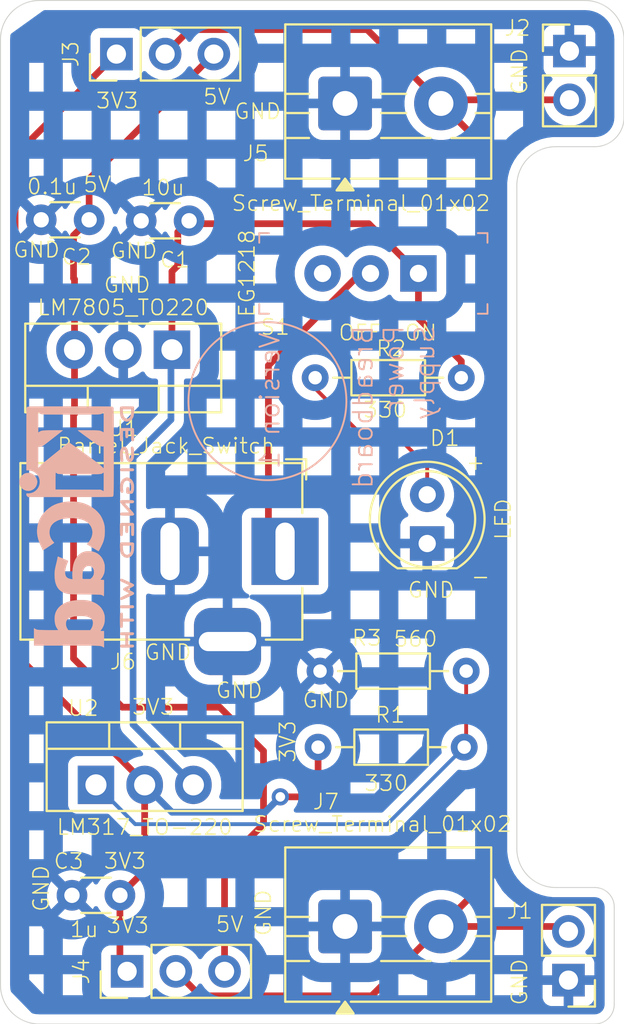
<source format=kicad_pcb>
(kicad_pcb (version 20241229) (generator "pcbnew") (generator_version "9.0")
  (layers (0 "F.Cu" signal) (2 "B.Cu" signal) (13 "F.Paste" user) (15 "B.Paste" user) (5 "F.SilkS" user "F.Silkscreen") (7 "B.SilkS" user "B.Silkscreen") (1 "F.Mask" user) (3 "B.Mask" user) (25 "Edge.Cuts" user))
  (net 0 "")
  (net 1 "/12V")
  (net 2 "GND")
  (net 3 "/5V")
  (net 4 "/3V3")
  (net 5 "Net-(D1-A)")
  (net 6 "/PWR_output")
  (net 7 "/PWR_input")
  (net 8 "Net-(U2-ADJ)")
  (footprint "Resistor_THT:R_Axial_DIN0204_L3.6mm_D1.6mm_P7.62mm_Horizontal" (layer "F.Cu") (at 66.3448 116.6368 180)
    (property "Reference" "R1" (at 3.8608 1.6764 0) (layer "F.SilkS") (effects (font (size 0.8 0.8) (thickness 0.08))))
    (property "Value" "330" (at 4.064 -1.8796 0) (layer "F.SilkS") (effects (font (size 0.8 0.8) (thickness 0.08))))
    (pad "1" thru_hole circle (at 0 0 180) (size 1.4 1.4) (drill 0.7) (layers "*.Cu" "*.Mask") (net 8 "Net-(U2-ADJ)"))
    (pad "2" thru_hole circle (at 7.62 0 180) (size 1.4 1.4) (drill 0.7) (layers "*.Cu" "*.Mask") (net 4 "/3V3"))
  )
  (footprint "LED_THT:LED_D5.0mm" (layer "F.Cu") (at 64.4144 106.0246 90)
    (property "Reference" "D1" (at 5.4914 0.9144 180) (layer "F.SilkS") (effects (font (size 0.8 0.8) (thickness 0.08))))
    (property "Value" "LED" (at 1.27 3.96 90) (layer "F.SilkS") (effects (font (size 0.8 0.8) (thickness 0.08))))
    (pad "1" thru_hole rect (at 0 0 90) (size 1.8 1.8) (drill 0.9) (layers "*.Cu" "*.Mask") (net 2 "GND"))
    (pad "2" thru_hole circle (at 2.54 0 90) (size 1.8 1.8) (drill 0.9) (layers "*.Cu" "*.Mask") (net 5 "Net-(D1-A)"))
  )
  (footprint "Package_TO_SOT_THT:TO-220-3_Vertical" (layer "F.Cu") (at 51.1048 95.9256 180)
    (property "Reference" "U1" (at 2.54 -4.1 -0) (layer "F.SilkS") (effects (font (size 0.8 0.8) (thickness 0.08))))
    (property "Value" "LM7805_TO220" (at 2.54 2.2 -0) (layer "F.SilkS") (effects (font (size 0.8 0.8) (thickness 0.08))))
    (pad "1" thru_hole rect (at 0 0 180) (size 1.905 2) (drill 1.1) (layers "*.Cu" "*.Mask") (net 1 "/12V"))
    (pad "2" thru_hole oval (at 2.54 0 180) (size 1.905 2) (drill 1.1) (layers "*.Cu" "*.Mask") (net 2 "GND"))
    (pad "3" thru_hole oval (at 5.08 0 180) (size 1.905 2) (drill 1.1) (layers "*.Cu" "*.Mask") (net 3 "/5V"))
  )
  (footprint "Capacitor_THT:C_Disc_D3.0mm_W1.6mm_P2.50mm" (layer "F.Cu") (at 51.9992 89.2048 180)
    (property "Reference" "C1" (at 0.742 -2.032 -0) (layer "F.SilkS") (effects (font (size 0.8 0.8) (thickness 0.08))))
    (property "Value" "10u" (at 1.3516 1.7272 0) (layer "F.SilkS") (effects (font (size 0.8 0.8) (thickness 0.08))))
    (pad "1" thru_hole circle (at 0 0 180) (size 1.6 1.6) (drill 0.8) (layers "*.Cu" "*.Mask") (net 1 "/12V"))
    (pad "2" thru_hole circle (at 2.5 0 180) (size 1.6 1.6) (drill 0.8) (layers "*.Cu" "*.Mask") (net 2 "GND"))
  )
  (footprint "Connector_PinHeader_2.54mm:PinHeader_1x02_P2.54mm_Vertical" (layer "F.Cu") (at 71.7804 128.778 180)
    (property "Reference" "J1" (at 2.54 3.6068 0) (layer "F.SilkS") (effects (font (size 0.8 0.8) (thickness 0.08))))
    (property "Value" "01x02_Pin" (hide yes))
    (pad "1" thru_hole rect (at 0 0 180) (size 1.7 1.7) (drill 1) (layers "*.Cu" "*.Mask") (net 2 "GND"))
    (pad "2" thru_hole circle (at 0 2.54 180) (size 1.7 1.7) (drill 1) (layers "*.Cu" "*.Mask") (net 6 "/PWR_output"))
  )
  (footprint "Capacitor_THT:C_Disc_D3.0mm_W1.6mm_P2.50mm" (layer "F.Cu") (at 45.8924 124.3584)
    (property "Reference" "C3" (at -0.1724 -1.778 0) (layer "F.SilkS") (effects (font (size 0.8 0.8) (thickness 0.08))))
    (property "Value" "1u" (at 0.6404 1.778 0) (layer "F.SilkS") (effects (font (size 0.8 0.8) (thickness 0.08))))
    (pad "1" thru_hole circle (at 0 0) (size 1.6 1.6) (drill 0.8) (layers "*.Cu" "*.Mask") (net 2 "GND"))
    (pad "2" thru_hole circle (at 2.5 0) (size 1.6 1.6) (drill 0.8) (layers "*.Cu" "*.Mask") (net 4 "/3V3"))
  )
  (footprint "Package_TO_SOT_THT:TO-220-3_Vertical" (layer "F.Cu") (at 47.1424 118.6028)
    (property "Reference" "U2" (at -0.6604 -3.998 0) (layer "F.SilkS") (effects (font (size 0.8 0.8) (thickness 0.08))))
    (property "Value" "LM317_TO-220" (at 2.54 2.2 0) (layer "F.SilkS") (effects (font (size 0.8 0.8) (thickness 0.08))))
    (pad "1" thru_hole rect (at 0 0) (size 1.905 2) (drill 1.1) (layers "*.Cu" "*.Mask") (net 8 "Net-(U2-ADJ)"))
    (pad "2" thru_hole oval (at 2.54 0) (size 1.905 2) (drill 1.1) (layers "*.Cu" "*.Mask") (net 4 "/3V3"))
    (pad "3" thru_hole oval (at 5.08 0) (size 1.905 2) (drill 1.1) (layers "*.Cu" "*.Mask") (net 1 "/12V"))
  )
  (footprint "Connector_PinHeader_2.54mm:PinHeader_1x03_P2.54mm_Vertical" (layer "F.Cu") (at 48.2092 80.518 90)
    (property "Reference" "J3" (at 0 -2.38 90) (layer "F.SilkS") (effects (font (size 0.8 0.8) (thickness 0.08))))
    (property "Value" "Conn_01x03_Pin" (hide yes))
    (pad "1" thru_hole rect (at 0 0 90) (size 1.7 1.7) (drill 1) (layers "*.Cu" "*.Mask") (net 4 "/3V3"))
    (pad "2" thru_hole circle (at 0 2.54 90) (size 1.7 1.7) (drill 1) (layers "*.Cu" "*.Mask") (net 6 "/PWR_output"))
    (pad "3" thru_hole circle (at 0 5.08 90) (size 1.7 1.7) (drill 1) (layers "*.Cu" "*.Mask") (net 3 "/5V"))
  )
  (footprint "Connector_PinHeader_2.54mm:PinHeader_1x02_P2.54mm_Vertical" (layer "F.Cu") (at 71.8312 80.3606)
    (property "Reference" "J2" (at -2.710296 -1.198674 0) (layer "F.SilkS") (effects (font (size 0.8 0.8) (thickness 0.08))))
    (property "Value" "01x02_Pin" (hide yes))
    (pad "1" thru_hole rect (at 0 0) (size 1.7 1.7) (drill 1) (layers "*.Cu" "*.Mask") (net 2 "GND"))
    (pad "2" thru_hole circle (at 0 2.54) (size 1.7 1.7) (drill 1) (layers "*.Cu" "*.Mask") (net 6 "/PWR_output"))
  )
  (footprint "Resistor_THT:R_Axial_DIN0204_L3.6mm_D1.6mm_P7.62mm_Horizontal" (layer "F.Cu") (at 66.4464 112.6744 180)
    (property "Reference" "R3" (at 5.1816 1.7272 -0) (layer "F.SilkS") (effects (font (size 0.8 0.8) (thickness 0.08))))
    (property "Value" "560" (at 2.6416 1.6764 0) (layer "F.SilkS") (effects (font (size 0.8 0.8) (thickness 0.08))))
    (pad "1" thru_hole circle (at 0 0 180) (size 1.4 1.4) (drill 0.7) (layers "*.Cu" "*.Mask") (net 8 "Net-(U2-ADJ)"))
    (pad "2" thru_hole circle (at 7.62 0 180) (size 1.4 1.4) (drill 0.7) (layers "*.Cu" "*.Mask") (net 2 "GND"))
  )
  (footprint "Capacitor_THT:C_Disc_D3.0mm_W1.6mm_P2.50mm" (layer "F.Cu") (at 46.7868 89.154 180)
    (property "Reference" "C2" (at 0.6604 -1.9304 0) (layer "F.SilkS") (effects (font (size 0.8 0.8) (thickness 0.08))))
    (property "Value" "0.1u" (at 1.9304 1.7272 0) (layer "F.SilkS") (effects (font (size 0.8 0.8) (thickness 0.08))))
    (pad "1" thru_hole circle (at 0 0 180) (size 1.6 1.6) (drill 0.8) (layers "*.Cu" "*.Mask") (net 3 "/5V"))
    (pad "2" thru_hole circle (at 2.5 0 180) (size 1.6 1.6) (drill 0.8) (layers "*.Cu" "*.Mask") (net 2 "GND"))
  )
  (footprint "TerminalBlock:TerminalBlock_MaiXu_MX126-5.0-02P_1x02_P5.00mm" (layer "F.Cu") (at 60.1324 83.0906)
    (property "Reference" "J5" (at -4.6588 2.609 0) (layer "F.SilkS") (effects (font (size 0.8 0.8) (thickness 0.08))))
    (property "Value" "Screw_Terminal_01x02" (at 0.8276 5.1998 0) (layer "F.SilkS") (effects (font (size 0.8 0.8) (thickness 0.08))))
    (pad "1" thru_hole roundrect (at 0 0) (size 2.8 2.8) (drill 1.3) (layers "*.Cu" "*.Mask") (roundrect_rratio 0.089286) (net 2 "GND"))
    (pad "2" thru_hole circle (at 5 0) (size 2.8 2.8) (drill 1.3) (layers "*.Cu" "*.Mask") (net 6 "/PWR_output"))
  )
  (footprint "TerminalBlock:TerminalBlock_MaiXu_MX126-5.0-02P_1x02_P5.00mm" (layer "F.Cu") (at 60.1324 125.983)
    (property "Reference" "J7" (at -1.0012 -6.5014 0) (layer "F.SilkS") (effects (font (size 0.8 0.8) (thickness 0.08))))
    (property "Value" "Screw_Terminal_01x02" (at 1.9452 -5.333 0) (layer "F.SilkS") (effects (font (size 0.8 0.8) (thickness 0.08))))
    (pad "1" thru_hole roundrect (at 0 0) (size 2.8 2.8) (drill 1.3) (layers "*.Cu" "*.Mask") (roundrect_rratio 0.089286) (net 2 "GND"))
    (pad "2" thru_hole circle (at 5 0) (size 2.8 2.8) (drill 1.3) (layers "*.Cu" "*.Mask") (net 6 "/PWR_output"))
  )
  (footprint "Connector_PinHeader_2.54mm:PinHeader_1x03_P2.54mm_Vertical" (layer "F.Cu") (at 48.768 128.3208 90)
    (property "Reference" "J4" (at 0 -2.38 90) (layer "F.SilkS") (effects (font (size 0.8 0.8) (thickness 0.08))))
    (property "Value" "Conn_01x03_Pin" (hide yes))
    (pad "1" thru_hole rect (at 0 0 90) (size 1.7 1.7) (drill 1) (layers "*.Cu" "*.Mask") (net 4 "/3V3"))
    (pad "2" thru_hole circle (at 0 2.54 90) (size 1.7 1.7) (drill 1) (layers "*.Cu" "*.Mask") (net 6 "/PWR_output"))
    (pad "3" thru_hole circle (at 0 5.08 90) (size 1.7 1.7) (drill 1) (layers "*.Cu" "*.Mask") (net 3 "/5V"))
  )
  (footprint "Resistor_THT:R_Axial_DIN0204_L3.6mm_D1.6mm_P7.62mm_Horizontal" (layer "F.Cu") (at 58.5724 97.3836)
    (property "Reference" "R2" (at 3.9624 -1.524 0) (layer "F.SilkS") (effects (font (size 0.8 0.8) (thickness 0.08))))
    (property "Value" "330" (at 3.6576 1.6764 0) (layer "F.SilkS") (effects (font (size 0.8 0.8) (thickness 0.08))))
    (pad "1" thru_hole circle (at 0 0) (size 1.4 1.4) (drill 0.7) (layers "*.Cu" "*.Mask") (net 5 "Net-(D1-A)"))
    (pad "2" thru_hole circle (at 7.62 0) (size 1.4 1.4) (drill 0.7) (layers "*.Cu" "*.Mask") (net 1 "/12V"))
  )
  (footprint "Connector_BarrelJack:BarrelJack_Horizontal" (layer "F.Cu") (at 57.0032 106.4337)
    (property "Reference" "J6" (at -8.45 5.75 0) (layer "F.SilkS") (effects (font (size 0.8 0.8) (thickness 0.08))))
    (property "Value" "Barrel_Jack_Switch" (at -6.2 -5.5 0) (layer "F.SilkS") (effects (font (size 0.8 0.8) (thickness 0.08))))
    (pad "1" thru_hole rect (at 0 0) (size 3.5 3.5) (drill oval 1 3) (layers "*.Cu" "*.Mask") (net 7 "/PWR_input"))
    (pad "2" thru_hole roundrect (at -6 0) (size 3 3.5) (drill oval 1 3) (layers "*.Cu" "*.Mask") (net 2 "GND"))
    (pad "3" thru_hole roundrect (at -3 4.7) (size 3.5 3.5) (drill oval 3 1) (layers "*.Cu" "*.Mask") (net 2 "GND"))
  )
  (footprint "digikey-footprints:Switch_Slide_11.6x4mm_EG1218" (layer "B.Cu") (at 63.9572 91.948 180)
    (property "Reference" "S1" (at 7.4676 -2.794 -0) (layer "F.SilkS") (effects (font (size 0.8 0.8) (thickness 0.08))))
    (property "Value" "EG1218" (at 8.9408 0 90) (layer "F.SilkS") (effects (font (size 0.8 0.8) (thickness 0.08))))
    (pad "1" thru_hole rect (at 0 0 180) (size 1.9 1.9) (drill 0.9) (layers "*.Cu" "*.Mask") (net 1 "/12V"))
    (pad "2" thru_hole circle (at 2.5 0 180) (size 1.9 1.9) (drill 0.9) (layers "*.Cu" "*.Mask") (net 7 "/PWR_input"))
    (pad "3" thru_hole circle (at 5 0 180) (size 1.9 1.9) (drill 0.9) (layers "*.Cu" "*.Mask"))
  )
  (footprint "Symbol:KiCad-Logo2_5mm_SilkScreen" (layer "B.Cu") (at 46.1264 105.156 -90)
    (property "Reference" "REF**" (hide yes))
    (property "Value" "KiCad-Logo2_5mm_SilkScreen" (hide yes))
  )
  (gr_circle (center 56.0832 98.605621) (end 55.9308 94.490821) (stroke (width 0.1)) (fill no) (layer "B.SilkS"))
  (gr_arc (start 44.196 131.064) (mid 42.759159 130.468841) (end 42.164 129.032) (stroke (width 0.05)) (layer "Edge.Cuts"))
  (gr_arc (start 69.088 87.376) (mid 69.683159 85.939159) (end 71.12 85.344) (stroke (width 0.05)) (layer "Edge.Cuts"))
  (gr_line (start 74.168 130.048) (end 74.168 124.968) (stroke (width 0.05)) (layer "Edge.Cuts"))
  (gr_arc (start 72.644 77.724) (mid 74.080841 78.319159) (end 74.676 79.756) (stroke (width 0.05)) (layer "Edge.Cuts"))
  (gr_line (start 71.12 85.344) (end 73.152 85.344) (stroke (width 0.05)) (layer "Edge.Cuts"))
  (gr_line (start 73.152 123.952) (end 71.12 123.952) (stroke (width 0.05)) (layer "Edge.Cuts"))
  (gr_arc (start 74.168 130.048) (mid 73.87042 130.76642) (end 73.152 131.064) (stroke (width 0.05)) (layer "Edge.Cuts"))
  (gr_arc (start 42.164 79.756) (mid 42.759159 78.319159) (end 44.196 77.724) (stroke (width 0.05)) (layer "Edge.Cuts"))
  (gr_line (start 69.088 121.92) (end 69.088 87.376) (stroke (width 0.05)) (layer "Edge.Cuts"))
  (gr_line (start 42.163978 79.756) (end 42.164 129.032) (stroke (width 0.05)) (layer "Edge.Cuts"))
  (gr_arc (start 73.152 123.952) (mid 73.87042 124.24958) (end 74.168 124.968) (stroke (width 0.05)) (layer "Edge.Cuts"))
  (gr_line (start 74.676 83.82) (end 74.676 79.756) (stroke (width 0.05)) (layer "Edge.Cuts"))
  (gr_line (start 72.644 77.724) (end 44.196 77.724) (stroke (width 0.05)) (layer "Edge.Cuts"))
  (gr_arc (start 74.676 83.82) (mid 74.229631 84.897631) (end 73.152 85.344) (stroke (width 0.05)) (layer "Edge.Cuts"))
  (gr_line (start 44.196 131.064) (end 73.152 131.064) (stroke (width 0.05)) (layer "Edge.Cuts"))
  (gr_arc (start 71.12 123.952) (mid 69.683159 123.356841) (end 69.088 121.92) (stroke (width 0.05)) (layer "Edge.Cuts"))
  (gr_text "5V" (at 46.4312 87.7824 0) (layer "F.SilkS") (effects (font (size 0.8 0.8) (thickness 0.08)) (justify left bottom)))
  (gr_text "GND" (at 69.6976 82.7024 90) (layer "F.SilkS") (effects (font (size 0.8 0.8) (thickness 0.08)) (justify left bottom)))
  (gr_text "3V3" (at 47.498 123.0376 0) (layer "F.SilkS") (effects (font (size 0.8 0.8) (thickness 0.08)) (justify left bottom)))
  (gr_text "GND" (at 57.8612 114.6556 0) (layer "F.SilkS") (effects (font (size 0.8 0.8) (thickness 0.08)) (justify left bottom)))
  (gr_text "5V" (at 52.6796 83.2104 0) (layer "F.SilkS") (effects (font (size 0.8 0.8) (thickness 0.08)) (justify left bottom)))
  (gr_text "3V3" (at 47.0916 83.4136 0) (layer "F.SilkS") (effects (font (size 0.8 0.8) (thickness 0.08)) (justify left bottom)))
  (gr_text "GND" (at 49.6316 112.1664 0) (layer "F.SilkS") (effects (font (size 0.8 0.8) (thickness 0.08)) (justify left bottom)))
  (gr_text "GND" (at 53.34 114.1476 0) (layer "F.SilkS") (effects (font (size 0.8 0.8) (thickness 0.08)) (justify left bottom)))
  (gr_text "3V3" (at 57.6072 117.5004 90) (layer "F.SilkS") (effects (font (size 0.8 0.8) (thickness 0.08)) (justify left bottom)))
  (gr_text "5V" (at 53.34 126.3396 0) (layer "F.SilkS") (effects (font (size 0.8 0.8) (thickness 0.08)) (justify left bottom)))
  (gr_text "GND" (at 69.6976 130.1496 90) (layer "F.SilkS") (effects (font (size 0.8 0.8) (thickness 0.08)) (justify left bottom)))
  (gr_text "GND" (at 63.3476 108.9152 0) (layer "F.SilkS") (effects (font (size 0.8 0.8) (thickness 0.08)) (justify left bottom)))
  (gr_text "GND" (at 42.7736 91.186 0) (layer "F.SilkS") (effects (font (size 0.8 0.8) (thickness 0.08)) (justify left bottom)))
  (gr_text "GND" (at 47.498 93.0148 0) (layer "F.SilkS") (effects (font (size 0.8 0.8) (thickness 0.08)) (justify left bottom)))
  (gr_text "ON" (at 63.1952 95.504 0) (layer "F.SilkS") (effects (font (size 0.8 0.8) (thickness 0.08)) (justify left bottom)))
  (gr_text "-" (at 66.6496 108.204 0) (layer "F.SilkS") (effects (font (size 0.8 0.8) (thickness 0.08)) (justify left bottom)))
  (gr_text "GND" (at 56.3372 126.5428 90) (layer "F.SilkS") (effects (font (size 0.8 0.8) (thickness 0.08)) (justify left bottom)))
  (gr_text "3V3" (at 47.6504 126.3904 0) (layer "F.SilkS") (effects (font (size 0.8 0.8) (thickness 0.08)) (justify left bottom)))
  (gr_text "3V3" (at 48.9712 115.0112 0) (layer "F.SilkS") (effects (font (size 0.8 0.8) (thickness 0.08)) (justify left bottom)))
  (gr_text "OFF" (at 59.7408 95.504 0) (layer "F.SilkS") (effects (font (size 0.8 0.8) (thickness 0.08)) (justify left bottom)))
  (gr_text "GND" (at 54.3052 83.9724 0) (layer "F.SilkS") (effects (font (size 0.8 0.8) (thickness 0.08)) (justify left bottom)))
  (gr_text "+" (at 66.3956 102.2546 0) (layer "F.SilkS") (effects (font (size 0.8 0.8) (thickness 0.08)) (justify left bottom)))
  (gr_text "GND" (at 47.8536 91.2368 0) (layer "F.SilkS") (effects (font (size 0.8 0.8) (thickness 0.08)) (justify left bottom)))
  (gr_text "GND" (at 44.7548 125.2728 90) (layer "F.SilkS") (effects (font (size 0.8 0.8) (thickness 0.08)) (justify left bottom)))
  (gr_text "Version 1" (at 56.7944 94.9452 90) (layer "B.SilkS") (effects (font (size 1 1) (thickness 0.1)) (justify left bottom mirror)))
  (gr_text "Breadboard\nPower\nSupply" (at 64.8716 94.5896 90) (layer "B.SilkS") (effects (font (size 1 1) (thickness 0.1)) (justify left bottom mirror)))
  (segment (start 63.9572 91.948) (end 63.9572 94.2848) (width 0.35) (layer "F.Cu") (net 1))
  (segment (start 66.1924 96.52) (end 66.1924 97.3836) (width 0.35) (layer "F.Cu") (net 1))
  (segment (start 51.9992 89.2048) (end 52.1516 89.3572) (width 0.35) (layer "F.Cu") (net 1))
  (segment (start 61.3664 89.3572) (end 63.9572 91.948) (width 0.35) (layer "F.Cu") (net 1))
  (segment (start 51.1048 91.8464) (end 51.1048 95.9256) (width 0.35) (layer "F.Cu") (net 1))
  (segment (start 51.9992 89.2048) (end 51.4096 89.7944) (width 0.35) (layer "F.Cu") (net 1))
  (segment (start 51.4096 91.5416) (end 51.1048 91.8464) (width 0.35) (layer "F.Cu") (net 1))
  (segment (start 63.9572 94.2848) (end 66.1924 96.52) (width 0.35) (layer "F.Cu") (net 1))
  (segment (start 51.4096 89.7944) (end 51.4096 91.5416) (width 0.35) (layer "F.Cu") (net 1))
  (segment (start 52.1516 89.3572) (end 61.3664 89.3572) (width 0.35) (layer "F.Cu") (net 1))
  (segment (start 51.054 95.9764) (end 51.054 99.568) (width 0.35) (layer "B.Cu") (net 1))
  (segment (start 49.0772 115.4576) (end 52.2224 118.6028) (width 0.35) (layer "B.Cu") (net 1))
  (segment (start 51.054 99.568) (end 49.0772 101.5448) (width 0.35) (layer "B.Cu") (net 1))
  (segment (start 51.1048 95.9256) (end 51.054 95.9764) (width 0.35) (layer "B.Cu") (net 1))
  (segment (start 49.0772 101.5448) (end 49.0772 115.4576) (width 0.35) (layer "B.Cu") (net 1))
  (segment (start 46.0248 92.2528) (end 45.974 92.202) (width 0.35) (layer "F.Cu") (net 3))
  (segment (start 46.0248 99.2632) (end 46.0248 95.9256) (width 0.35) (layer "F.Cu") (net 3))
  (segment (start 55.88 120.65) (end 55.88 116.84) (width 0.35) (layer "F.Cu") (net 3))
  (segment (start 53.848 128.3208) (end 53.848 122.682) (width 0.35) (layer "F.Cu") (net 3))
  (segment (start 46.7868 87.0204) (end 46.7868 89.154) (width 0.35) (layer "F.Cu") (net 3))
  (segment (start 45.974 112.014) (end 45.974 99.314) (width 0.35) (layer "F.Cu") (net 3))
  (segment (start 55.88 116.84) (end 53.594 114.554) (width 0.35) (layer "F.Cu") (net 3))
  (segment (start 53.2892 80.518) (end 46.7868 87.0204) (width 0.35) (layer "F.Cu") (net 3))
  (segment (start 53.848 122.682) (end 55.88 120.65) (width 0.35) (layer "F.Cu") (net 3))
  (segment (start 45.974 92.202) (end 45.974 89.9668) (width 0.35) (layer "F.Cu") (net 3))
  (segment (start 45.974 99.314) (end 46.0248 99.2632) (width 0.35) (layer "F.Cu") (net 3))
  (segment (start 53.594 114.554) (end 48.514 114.554) (width 0.35) (layer "F.Cu") (net 3))
  (segment (start 45.974 89.9668) (end 46.7868 89.154) (width 0.35) (layer "F.Cu") (net 3))
  (segment (start 48.514 114.554) (end 45.974 112.014) (width 0.35) (layer "F.Cu") (net 3))
  (segment (start 46.0248 95.9256) (end 46.0248 92.2528) (width 0.35) (layer "F.Cu") (net 3))
  (segment (start 58.7248 116.6368) (end 58.7248 118.5672) (width 0.35) (layer "F.Cu") (net 4))
  (segment (start 48.3924 124.3584) (end 48.3924 127.9452) (width 0.35) (layer "F.Cu") (net 4))
  (segment (start 58.7248 118.5672) (end 58.0644 119.2276) (width 0.35) (layer "F.Cu") (net 4))
  (segment (start 49.6824 118.6028) (end 49.6824 123.0684) (width 0.35) (layer "F.Cu") (net 4))
  (segment (start 42.926 111.76) (end 49.6824 118.5164) (width 0.35) (layer "F.Cu") (net 4))
  (segment (start 48.2092 80.518) (end 42.926 85.8012) (width 0.35) (layer "F.Cu") (net 4))
  (segment (start 49.6824 123.0684) (end 48.3924 124.3584) (width 0.35) (layer "F.Cu") (net 4))
  (segment (start 48.3924 127.9452) (end 48.768 128.3208) (width 0.35) (layer "F.Cu") (net 4))
  (segment (start 49.6824 118.5164) (end 49.6824 118.6028) (width 0.35) (layer "F.Cu") (net 4))
  (segment (start 42.926 85.8012) (end 42.926 111.76) (width 0.35) (layer "F.Cu") (net 4))
  (segment (start 58.0644 119.2276) (end 56.755 119.2276) (width 0.35) (layer "F.Cu") (net 4))
  (via (at 56.755 119.2276) (size 0.9) (drill 0.5) (layers "F.Cu" "B.Cu") (net 4))
  (segment (start 56.755 119.2276) (end 55.9538 120.0288) (width 0.35) (layer "B.Cu") (net 4))
  (segment (start 51.1084 120.0288) (end 49.6824 118.6028) (width 0.35) (layer "B.Cu") (net 4))
  (segment (start 55.9538 120.0288) (end 51.1084 120.0288) (width 0.35) (layer "B.Cu") (net 4))
  (segment (start 60.96 100.33) (end 58.5724 97.9424) (width 0.2) (layer "F.Cu") (net 5))
  (segment (start 64.4144 102.0114) (end 62.733 100.33) (width 0.2) (layer "F.Cu") (net 5))
  (segment (start 64.4144 103.4846) (end 64.4144 102.0114) (width 0.2) (layer "F.Cu") (net 5))
  (segment (start 62.733 100.33) (end 60.96 100.33) (width 0.2) (layer "F.Cu") (net 5))
  (segment (start 58.5724 97.9424) (end 58.5724 97.3836) (width 0.2) (layer "F.Cu") (net 5))
  (segment (start 65.1324 125.983) (end 71.5254 125.983) (width 0.35) (layer "F.Cu") (net 6))
  (segment (start 61.2838 79.242) (end 65.1324 83.0906) (width 0.35) (layer "F.Cu") (net 6))
  (segment (start 52.0252 79.242) (end 61.2838 79.242) (width 0.35) (layer "F.Cu") (net 6))
  (segment (start 71.8312 82.9006) (end 65.3224 82.9006) (width 0.35) (layer "F.Cu") (net 6))
  (segment (start 71.5254 125.983) (end 71.7804 126.238) (width 0.35) (layer "F.Cu") (net 6))
  (segment (start 61.5186 129.5968) (end 65.1324 125.983) (width 0.35) (layer "F.Cu") (net 6))
  (segment (start 51.308 128.3208) (end 52.584 129.5968) (width 0.35) (layer "F.Cu") (net 6))
  (segment (start 67.818 123.2974) (end 65.1324 125.983) (width 0.35) (layer "F.Cu") (net 6))
  (segment (start 67.818 85.7762) (end 67.818 123.2974) (width 0.35) (layer "F.Cu") (net 6))
  (segment (start 65.1324 83.0906) (end 67.818 85.7762) (width 0.35) (layer "F.Cu") (net 6))
  (segment (start 52.584 129.5968) (end 61.5186 129.5968) (width 0.35) (layer "F.Cu") (net 6))
  (segment (start 65.3224 82.9006) (end 65.1324 83.0906) (width 0.35) (layer "F.Cu") (net 6))
  (segment (start 50.7492 80.518) (end 52.0252 79.242) (width 0.35) (layer "F.Cu") (net 6))
  (segment (start 56.134 105.5645) (end 57.0032 106.4337) (width 0.35) (layer "F.Cu") (net 7))
  (segment (start 61.4572 91.948) (end 60.9292 91.948) (width 0.35) (layer "F.Cu") (net 7))
  (segment (start 56.134 96.7432) (end 56.134 105.5645) (width 0.35) (layer "F.Cu") (net 7))
  (segment (start 60.9292 91.948) (end 56.134 96.7432) (width 0.35) (layer "F.Cu") (net 7))
  (segment (start 66.4464 112.6744) (end 66.4464 116.5352) (width 0.2) (layer "F.Cu") (net 8))
  (segment (start 66.4464 116.5352) (end 66.3448 116.6368) (width 0.2) (layer "F.Cu") (net 8))
  (segment (start 49.1896 120.65) (end 47.1424 118.6028) (width 0.2) (layer "B.Cu") (net 8))
  (segment (start 62.3316 120.65) (end 49.1896 120.65) (width 0.2) (layer "B.Cu") (net 8))
  (segment (start 66.3448 116.6368) (end 62.3316 120.65) (width 0.2) (layer "B.Cu") (net 8))
  (zone (net 2) (net_name "GND") (layer "B.Cu") (connect_pads (clearance 0.5)) (min_thickness 0.25) (fill yes (mode hatch) (thermal_gap 0.5) (thermal_bridge_width 0.5) (hatch_thickness 1) (hatch_gap 1.5) (hatch_orientation 0) (hatch_border_algorithm hatch_thickness) (hatch_min_hole_area 0.3))
    (polygon (pts (xy 69.3928 77.978) (xy 44.704 78.0288) (xy 42.3672 79.7052) (xy 42.3672 129.032) (xy 44.196 130.9116) (xy 73.152 130.9116) (xy 73.7108 130.81) (xy 73.9648 130.556) (xy 74.0156 130.2004) (xy 74.0156 124.8156) (xy 73.9648 124.5108) (xy 73.8632 124.3584) (xy 73.66 124.1552) (xy 73.5076 124.1044) (xy 73.3044 124.1044) (xy 70.104 124.0536) (xy 69.6976 123.7996) (xy 69.2404 123.444) (xy 69.0372 123.0884) (xy 68.9356 122.7328) (xy 68.9864 121.5136) (xy 68.8848 86.9188) (xy 69.2404 86.106) (xy 69.7484 85.4456) (xy 70.612 85.2424) (xy 71.7296 85.1408) (xy 73.6092 85.09) (xy 74.0664 84.9376) (xy 74.2696 84.328) (xy 74.422 83.7692) (xy 74.3712 79.0956) (xy 74.2188 78.6384) (xy 73.8124 78.232) (xy 73.5076 78.0288) (xy 73.0504 77.9272)))
  )
)
</source>
